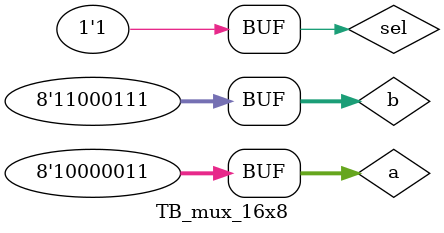
<source format=v>
module mux_16x8(
  a, b,
  sel,
  out
);
  input [7:0] a, b;
  input  sel;
  output [7:0] out;

  mux_2x1 mux0(a[0], b[0], sel, out[0]);
  mux_2x1 mux1(a[1], b[1], sel, out[1]);
  mux_2x1 mux2(a[2], b[2], sel, out[2]);
  mux_2x1 mux3(a[3], b[3], sel, out[3]);
  mux_2x1 mux4(a[4], b[4], sel, out[4]);
  mux_2x1 mux5(a[5], b[5], sel, out[5]);
  mux_2x1 mux6(a[6], b[6], sel, out[6]);
  mux_2x1 mux7(a[7], b[7], sel, out[7]);
endmodule

module TB_mux_16x8();
  reg sel;
  reg [7:0] a, b;
  wire [7:0] out;

  mux_16x8 mux_16x8(a, b, sel, out);

  initial begin
    a = 8'b10000011;
    b = 8'b11000111;

    sel = 1'b0; #10; // out = b10000011
    sel = 1'b1; #10; // out = b11000111
  end
endmodule
</source>
